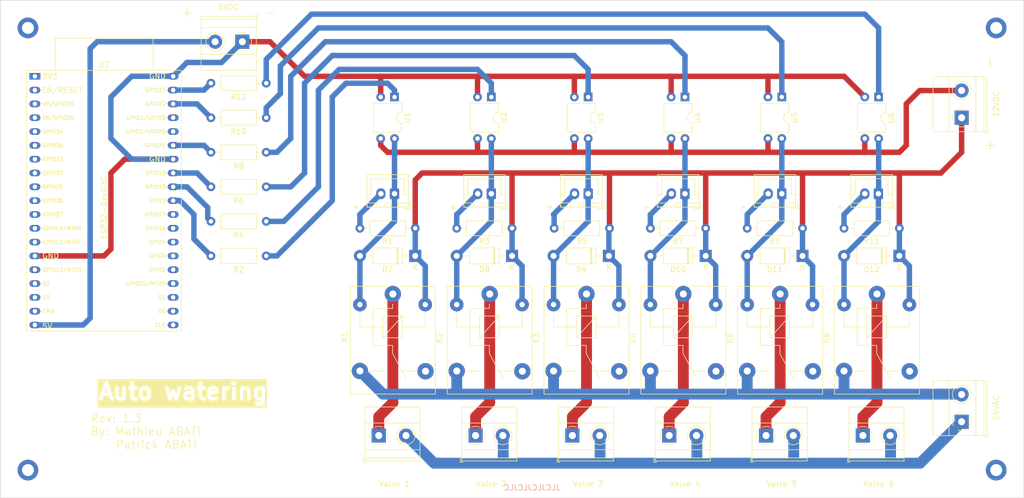
<source format=kicad_pcb>
(kicad_pcb (version 20221018) (generator pcbnew)
  (title_block (title "Auto watering") (date "2023-08-21") (rev "1.3") (company "Mathieu ABATI & Patrick ABATI"))
  (layers (0 "F.Cu" signal) (31 "B.Cu" signal) (34 "B.Paste" user) (35 "F.Paste" user) (36 "B.SilkS" user "B.Silkscreen") (37 "F.SilkS" user "F.Silkscreen") (38 "B.Mask" user) (39 "F.Mask" user) (44 "Edge.Cuts" user))
  (net 0 "")
  (net 1 "GND")
  (net 2 "+5V")
  (net 3 "+12V")
  (net 4 "24VAC2")
  (net 5 "GND2")
  (net 6 "Net-(B1-Pin_1)")
  (net 7 "Net-(B2-Pin_1)")
  (net 8 "Net-(B3-Pin_1)")
  (net 9 "Net-(B4-Pin_1)")
  (net 10 "Net-(B5-Pin_1)")
  (net 11 "Net-(B6-Pin_1)")
  (net 12 "Net-(D1-K)")
  (net 13 "Net-(D1-A)")
  (net 14 "Net-(D2-K)")
  (net 15 "Net-(D10-A)")
  (net 16 "24VAC1")
  (net 23 "Net-(D2-A)")
  (net 24 "Net-(D3-K)")
  (net 25 "Net-(D3-A)")
  (net 26 "Net-(D4-A)")
  (net 27 "Net-(D5-A)")
  (net 28 "Net-(D6-A)")
  (net 29 "Valve0")
  (net 30 "Valve1")
  (net 31 "Valve2")
  (net 32 "Valve3")
  (net 33 "Valve4")
  (net 34 "Valve5")
  (net 35 "Net-(R2-Pad2)")
  (net 36 "Net-(R4-Pad2)")
  (net 37 "Net-(R6-Pad2)")
  (net 38 "Net-(R8-Pad2)")
  (net 39 "Net-(R10-Pad2)")
  (net 40 "Net-(R12-Pad2)")
  (net 61 "Net-(D11-A)")
  (net 62 "Net-(D12-A)")
  (footprint "" (layer "F.Cu") (at 66.04 152.4)
    (fp_text reference "")
    (fp_text value "")
  )
  (footprint "Relay_THT:Relay_SPDT_SANYOU_SRD_Series_Form_C" (layer "F.Cu") (at 204.17 120.03 -90)
    (fp_text reference "K5")
    (fp_text value "SRD12VDC")
  )
  (footprint "Connector_JST:JST_XH_B2B-XH-A_1x02_P2.50mm_Vertical" (layer "F.Cu") (at 151.13 101.6 180)
    (fp_text reference "D2" hide)
    (fp_text value "LED")
  )
  (footprint "TerminalBlock_Phoenix:TerminalBlock_Phoenix_MKDS-1,5-2_1x02_P5.00mm_Horizontal" (layer "F.Cu") (at 166.02 146.05)
    (fp_text reference "B3" hide)
    (fp_text value "Conn_01x02")
  )
  (footprint "Resistor_THT:R_Axial_DIN0207_L6.3mm_D2.5mm_P10.16mm_Horizontal" (layer "F.Cu") (at 154.94 107.95 180)
    (fp_text reference "R3")
    (fp_text value "1K")
  )
  (footprint "Resistor_THT:R_Axial_DIN0207_L6.3mm_D2.5mm_P10.16mm_Horizontal" (layer "F.Cu") (at 190.5 107.95 180)
    (fp_text reference "R7")
    (fp_text value "1K")
  )
  (footprint "Resistor_THT:R_Axial_DIN0207_L6.3mm_D2.5mm_P10.16mm_Horizontal" (layer "F.Cu") (at 226.06 107.95 180)
    (fp_text reference "R11")
    (fp_text value "1K")
  )
  (footprint "Diode_THT:D_DO-41_SOD81_P10.16mm_Horizontal" (layer "F.Cu") (at 190.5 113.03 180)
    (fp_text reference "D10")
    (fp_text value "1N4004")
  )
  (footprint "Diode_THT:D_DO-41_SOD81_P10.16mm_Horizontal" (layer "F.Cu") (at 137.16 113.03 180)
    (fp_text reference "D7")
    (fp_text value "1N4004")
  )
  (footprint "Resistor_THT:R_Axial_DIN0207_L6.3mm_D2.5mm_P10.16mm_Horizontal" (layer "F.Cu") (at 99.64 81.28)
    (fp_text reference "R12")
    (fp_text value "56")
  )
  (footprint "" (layer "F.Cu") (at 243.84 71.12)
    (fp_text reference "")
    (fp_text value "")
  )
  (footprint "Resistor_THT:R_Axial_DIN0207_L6.3mm_D2.5mm_P10.16mm_Horizontal" (layer "F.Cu") (at 208.28 107.95 180)
    (fp_text reference "R9")
    (fp_text value "1K")
  )
  (footprint "Connector_JST:JST_XH_B2B-XH-A_1x02_P2.50mm_Vertical" (layer "F.Cu") (at 168.91 101.6 180)
    (fp_text reference "D3" hide)
    (fp_text value "LED")
  )
  (footprint "Relay_THT:Relay_SPDT_SANYOU_SRD_Series_Form_C" (layer "F.Cu") (at 168.61 120.03 -90)
    (fp_text reference "K3")
    (fp_text value "SRD12VDC")
  )
  (footprint "TerminalBlock_Phoenix:TerminalBlock_Phoenix_MKDS-1,5-2_1x02_P5.00mm_Horizontal" (layer "F.Cu") (at 148.24 146.05)
    (fp_text reference "B2" hide)
    (fp_text value "Conn_01x02")
  )
  (footprint "" (layer "F.Cu") (at 66.04 71.12)
    (fp_text reference "")
    (fp_text value "")
  )
  (footprint "TerminalBlock_Phoenix:TerminalBlock_Phoenix_MKDS-1,5-2_1x02_P5.00mm_Horizontal" (layer "F.Cu") (at 219.36 146.05)
    (fp_text reference "B6" hide)
    (fp_text value "Conn_01x02")
  )
  (footprint "TerminalBlock_Phoenix:TerminalBlock_Phoenix_MKDS-1,5-2_1x02_P5.00mm_Horizontal" (layer "F.Cu") (at 201.58 146.05)
    (fp_text reference "B5" hide)
    (fp_text value "Conn_01x02")
  )
  (footprint "Package_DIP:DIP-4_W7.62mm" (layer "F.Cu") (at 168.915 83.83 -90)
    (fp_text reference "U3")
    (fp_text value "PC817")
  )
  (footprint "Resistor_THT:R_Axial_DIN0207_L6.3mm_D2.5mm_P10.16mm_Horizontal" (layer "F.Cu") (at 99.64 113.03)
    (fp_text reference "R2")
    (fp_text value "56")
  )
  (footprint "Connector_JST:JST_XH_B2B-XH-A_1x02_P2.50mm_Vertical" (layer "F.Cu") (at 186.69 101.6 180)
    (fp_text reference "D4" hide)
    (fp_text value "LED")
  )
  (footprint "Package_DIP:DIP-4_W7.62mm" (layer "F.Cu") (at 186.695 83.83 -90)
    (fp_text reference "U4")
    (fp_text value "PC817")
  )
  (footprint "Resistor_THT:R_Axial_DIN0207_L6.3mm_D2.5mm_P10.16mm_Horizontal" (layer "F.Cu") (at 137.16 107.95 180)
    (fp_text reference "R1")
    (fp_text value "1K")
  )
  (footprint "" (layer "F.Cu") (at 243.84 152.4)
    (fp_text reference "")
    (fp_text value "")
  )
  (footprint "Resistor_THT:R_Axial_DIN0207_L6.3mm_D2.5mm_P10.16mm_Horizontal" (layer "F.Cu") (at 99.64 87.63)
    (fp_text reference "R10")
    (fp_text value "56")
  )
  (footprint "Resistor_THT:R_Axial_DIN0207_L6.3mm_D2.5mm_P10.16mm_Horizontal" (layer "F.Cu") (at 172.83 107.95 180)
    (fp_text reference "R5")
    (fp_text value "1K")
  )
  (footprint "TerminalBlock_Phoenix:TerminalBlock_Phoenix_MKDS-1,5-2_1x02_P5.00mm_Horizontal" (layer "F.Cu") (at 237.49 87.63 90)
    (fp_text reference "12VDC1" hide)
    (fp_text value "Conn_01x02")
  )
  (footprint "Package_DIP:DIP-4_W7.62mm" (layer "F.Cu") (at 204.47 83.82 -90)
    (fp_text reference "U5")
    (fp_text value "PC817")
  )
  (footprint "TerminalBlock_Phoenix:TerminalBlock_Phoenix_MKDS-1,5-2_1x02_P5.00mm_Horizontal" (layer "F.Cu") (at 105.41 73.66 180)
    (fp_text reference "5VDC1" hide)
    (fp_text value "Conn_01x02")
  )
  (footprint "Diode_THT:D_DO-41_SOD81_P10.16mm_Horizontal" (layer "F.Cu") (at 172.72 113.03 180)
    (fp_text reference "D9")
    (fp_text value "1N4004")
  )
  (footprint "Connector_JST:JST_XH_B2B-XH-A_1x02_P2.50mm_Vertical" (layer "F.Cu") (at 133.35 101.6 180)
    (fp_text reference "D1" hide)
    (fp_text value "LED")
  )
  (footprint "Package_DIP:DIP-4_W7.62mm" (layer "F.Cu") (at 222.255 83.83 -90)
    (fp_text reference "U6")
    (fp_text value "PC817")
  )
  (footprint "TerminalBlock_Phoenix:TerminalBlock_Phoenix_MKDS-1,5-2_1x02_P5.00mm_Horizontal" (layer "F.Cu") (at 130.46 146.05)
    (fp_text reference "B1" hide)
    (fp_text value "Conn_01x02")
  )
  (footprint "TerminalBlock_Phoenix:TerminalBlock_Phoenix_MKDS-1,5-2_1x02_P5.00mm_Horizontal" (layer "F.Cu") (at 183.8 146.05)
    (fp_text reference "B4" hide)
    (fp_text value "Conn_01x02")
  )
  (footprint "Resistor_THT:R_Axial_DIN0207_L6.3mm_D2.5mm_P10.16mm_Horizontal" (layer "F.Cu") (at 99.64 100.33)
    (fp_text reference "R6")
    (fp_text value "56")
  )
  (footprint "Relay_THT:Relay_SPDT_SANYOU_SRD_Series_Form_C" (layer "F.Cu") (at 133.05 120.03 -90)
    (fp_text reference "K1")
    (fp_text value "SRD12VDC")
  )
  (footprint "Connector_JST:JST_XH_B2B-XH-A_1x02_P2.50mm_Vertical" (layer "F.Cu") (at 222.21 101.6 180)
    (fp_text reference "D6" hide)
    (fp_text value "LED")
  )
  (footprint "Package_DIP:DIP-4_W7.62mm" (layer "F.Cu") (at 151.135 83.83 -90)
    (fp_text reference "U2")
    (fp_text value "PC817")
  )
  (footprint "PCM_Espressif:ESP32-DevKitC" (layer "F.Cu") (at 67.31 80.01)
    (fp_text reference "U7")
    (fp_text value "ESP32-DevKitC")
  )
  (footprint "Resistor_THT:R_Axial_DIN0207_L6.3mm_D2.5mm_P10.16mm_Horizontal" (layer "F.Cu") (at 99.64 106.68)
    (fp_text reference "R4")
    (fp_text value "56")
  )
  (footprint "Relay_THT:Relay_SPDT_SANYOU_SRD_Series_Form_C" (layer "F.Cu") (at 221.95 120.03 -90)
    (fp_text reference "K6")
    (fp_text value "SRD12VDC")
  )
  (footprint "Connector_JST:JST_XH_B2B-XH-A_1x02_P2.50mm_Vertical" (layer "F.Cu") (at 204.47 101.6 180)
    (fp_text reference "D5" hide)
    (fp_text value "LED")
  )
  (footprint "Relay_THT:Relay_SPDT_SANYOU_SRD_Series_Form_C" (layer "F.Cu") (at 186.39 120.03 -90)
    (fp_text reference "K4")
    (fp_text value "SRD12VDC")
  )
  (footprint "Resistor_THT:R_Axial_DIN0207_L6.3mm_D2.5mm_P10.16mm_Horizontal" (layer "F.Cu") (at 99.64 93.98)
    (fp_text reference "R8")
    (fp_text value "56")
  )
  (footprint "Diode_THT:D_DO-41_SOD81_P10.16mm_Horizontal" (layer "F.Cu") (at 154.94 113.03 180)
    (fp_text reference "D8")
    (fp_text value "1N4004")
  )
  (footprint "Package_DIP:DIP-4_W7.62mm" (layer "F.Cu") (at 133.355 83.83 -90)
    (fp_text reference "U1")
    (fp_text value "PC817")
  )
  (footprint "Diode_THT:D_DO-41_SOD81_P10.16mm_Horizontal" (layer "F.Cu") (at 208.28 113.03 180)
    (fp_text reference "D11")
    (fp_text value "1N4004")
  )
  (footprint "TerminalBlock_Phoenix:TerminalBlock_Phoenix_MKDS-1,5-2_1x02_P5.00mm_Horizontal" (layer "F.Cu") (at 237.49 143.51 90)
    (fp_text reference "24VAC1" hide)
    (fp_text value "Conn_01x02")
  )
  (footprint "Relay_THT:Relay_SPDT_SANYOU_SRD_Series_Form_C" (layer "F.Cu") (at 150.83 120.03 -90)
    (fp_text reference "K2")
    (fp_text value "SRD12VDC")
  )
  (footprint "Diode_THT:D_DO-41_SOD81_P10.16mm_Horizontal" (layer "F.Cu") (at 226.06 113.03 180)
    (fp_text reference "D12")
    (fp_text value "1N4004")
  )
  (gr_rect (start 60.96 66.04) (end 248.92 157.48) (stroke (width 0.1)) (fill none) (layer "Edge.Cuts"))
  (gr_text "JLCJLCJLCJLC" (at 163.83 156.21) (layer "B.SilkS") (effects (font (size 1 1)) (justify left bottom mirror)))
  (gr_text "Rev: 1.3\nBy: Mathieu ABATI\n    Patrick ABATI" (at 77.47 148.59) (layer "F.SilkS") (effects (font (size 1.5 1.5)) (justify left bottom)))
  (gr_text "Auto watering" (at 78.74 139.7) (layer "F.SilkS" knockout) (effects (font (size 3 3) (thickness 0.6) bold) (justify left bottom)))
  (segment (start 81.28 111.76) (end 80.01 113.03) (width 1) (layer "F.Cu") (net 1))
  (segment (start 130.815 80.02) (end 116.85 80.02) (width 1) (layer "F.Cu") (net 1))
  (segment (start 215.905 80.02) (end 219.715 83.83) (width 1) (layer "F.Cu") (net 1))
  (segment (start 110.49 73.66) (end 105.41 73.66) (width 1) (layer "F.Cu") (net 1))
  (segment (start 130.815 80.02) (end 148.595 80.02) (width 1) (layer "F.Cu") (net 1))
  (segment (start 166.375 80.02) (end 184.155 80.02) (width 1) (layer "F.Cu") (net 1))
  (segment (start 166.375 83.83) (end 166.375 80.02) (width 1) (layer "F.Cu") (net 1))
  (segment (start 92.71 95.25) (end 83.82 95.25) (width 1) (layer "F.Cu") (net 1))
  (segment (start 148.595 83.83) (end 148.595 80.02) (width 1) (layer "F.Cu") (net 1))
  (segment (start 130.815 83.83) (end 130.815 80.02) (width 1) (layer "F.Cu") (net 1))
  (segment (start 148.595 80.02) (end 166.375 80.02) (width 1) (layer "F.Cu") (net 1))
  (segment (start 184.155 80.02) (end 201.935 80.02) (width 1) (layer "F.Cu") (net 1))
  (segment (start 83.82 95.25) (end 81.28 97.79) (width 1) (layer "F.Cu") (net 1))
  (segment (start 201.935 80.02) (end 215.905 80.02) (width 1) (layer "F.Cu") (net 1))
  (segment (start 80.01 113.03) (end 67.31 113.03) (width 1) (layer "F.Cu") (net 1))
  (segment (start 184.155 83.83) (end 184.155 80.02) (width 1) (layer "F.Cu") (net 1))
  (segment (start 81.28 97.79) (end 81.28 111.76) (width 1) (layer "F.Cu") (net 1))
  (segment (start 116.85 80.02) (end 110.49 73.66) (width 1) (layer "F.Cu") (net 1))
  (segment (start 201.935 83.83) (end 201.935 80.02) (width 1) (layer "F.Cu") (net 1))
  (segment (start 81.28 83.82) (end 85.09 80.01) (width 1) (layer "B.Cu") (net 1))
  (segment (start 105.41 73.66) (end 101.6 77.47) (width 1) (layer "B.Cu") (net 1))
  (segment (start 85.09 80.01) (end 92.71 80.01) (width 1) (layer "B.Cu") (net 1))
  (segment (start 81.28 91.44) (end 81.28 83.82) (width 1) (layer "B.Cu") (net 1))
  (segment (start 95.25 77.47) (end 92.71 80.01) (width 1) (layer "B.Cu") (net 1))
  (segment (start 85.09 95.25) (end 81.28 91.44) (width 1) (layer "B.Cu") (net 1))
  (segment (start 101.6 77.47) (end 95.25 77.47) (width 1) (layer "B.Cu") (net 1))
  (segment (start 92.71 95.25) (end 85.09 95.25) (width 1) (layer "B.Cu") (net 1))
  (segment (start 100.41 73.66) (end 78.74 73.66) (width 1) (layer "B.Cu") (net 2))
  (segment (start 76.2 125.73) (end 67.31 125.73) (width 1) (layer "B.Cu") (net 2))
  (segment (start 78.74 73.66) (end 77.47 74.93) (width 1) (layer "B.Cu") (net 2))
  (segment (start 77.47 74.93) (end 77.47 124.46) (width 1) (layer "B.Cu") (net 2))
  (segment (start 77.47 124.46) (end 76.2 125.73) (width 1) (layer "B.Cu") (net 2))
  (segment (start 172.72 97.79) (end 154.94 97.79) (width 1) (layer "F.Cu") (net 3))
  (segment (start 154.94 107.95) (end 154.94 97.79) (width 1) (layer "F.Cu") (net 3))
  (segment (start 138.43 97.79) (end 154.94 97.79) (width 1) (layer "F.Cu") (net 3))
  (segment (start 190.5 107.95) (end 190.5 97.79) (width 1) (layer "F.Cu") (net 3))
  (segment (start 226.06 97.79) (end 208.28 97.79) (width 1) (layer "F.Cu") (net 3))
  (segment (start 208.28 97.79) (end 190.5 97.79) (width 1) (layer "F.Cu") (net 3))
  (segment (start 226.06 97.79) (end 233.68 97.79) (width 1) (layer "F.Cu") (net 3))
  (segment (start 172.83 107.95) (end 172.83 97.9) (width 1) (layer "F.Cu") (net 3))
  (segment (start 237.49 93.98) (end 237.49 87.63) (width 1) (layer "F.Cu") (net 3))
  (segment (start 172.83 97.9) (end 172.72 97.79) (width 1) (layer "F.Cu") (net 3))
  (segment (start 190.5 97.79) (end 172.72 97.79) (width 1) (layer "F.Cu") (net 3))
  (segment (start 226.06 107.95) (end 226.06 97.79) (width 1) (layer "F.Cu") (net 3))
  (segment (start 233.68 97.79) (end 237.49 93.98) (width 1) (layer "F.Cu") (net 3))
  (segment (start 137.16 107.95) (end 137.16 99.06) (width 1) (layer "F.Cu") (net 3))
  (segment (start 137.16 99.06) (end 138.43 97.79) (width 1) (layer "F.Cu") (net 3))
  (segment (start 208.28 107.95) (end 208.28 97.79) (width 1) (layer "F.Cu") (net 3))
  (segment (start 174.56 114.87) (end 172.72 113.03) (width 1) (layer "B.Cu") (net 3))
  (segment (start 227.9 121.98) (end 227.9 114.87) (width 1) (layer "B.Cu") (net 3))
  (segment (start 156.78 121.98) (end 156.78 114.87) (width 1) (layer "B.Cu") (net 3))
  (segment (start 208.28 113.03) (end 208.28 107.95) (width 1) (layer "B.Cu") (net 3))
  (segment (start 190.5 113.03) (end 190.5 107.95) (width 1) (layer "B.Cu") (net 3))
  (segment (start 227.9 114.87) (end 226.06 113.03) (width 1) (layer "B.Cu") (net 3))
  (segment (start 154.94 113.03) (end 154.94 107.89) (width 1) (layer "B.Cu") (net 3))
  (segment (start 156.78 114.87) (end 154.94 113.03) (width 1) (layer "B.Cu") (net 3))
  (segment (start 137.16 113.03) (end 137.16 107.95) (width 1) (layer "B.Cu") (net 3))
  (segment (start 174.56 121.98) (end 174.56 114.87) (width 1) (layer "B.Cu") (net 3))
  (segment (start 192.34 114.87) (end 190.5 113.03) (width 1) (layer "B.Cu") (net 3))
  (segment (start 226.06 113.03) (end 226.06 107.95) (width 1) (layer "B.Cu") (net 3))
  (segment (start 210.12 121.98) (end 210.12 114.87) (width 1) (layer "B.Cu") (net 3))
  (segment (start 139 121.98) (end 139 114.87) (width 1) (layer "B.Cu") (net 3))
  (segment (start 172.72 113.03) (end 172.72 108.06) (width 1) (layer "B.Cu") (net 3))
  (segment (start 139 114.87) (end 137.16 113.03) (width 1) (layer "B.Cu") (net 3))
  (segment (start 192.34 121.98) (end 192.34 114.87) (width 1) (layer "B.Cu") (net 3))
  (segment (start 210.12 114.87) (end 208.28 113.03) (width 1) (layer "B.Cu") (net 3))
  (segment (start 189.23 151.13) (end 171.45 151.13) (width 2) (layer "B.Cu") (net 4))
  (segment (start 140.62 151.13) (end 135.54 146.05) (width 2) (layer "B.Cu") (net 4))
  (segment (start 207.01 151.13) (end 189.23 151.13) (width 2) (layer "B.Cu") (net 4))
  (segment (start 153.32 146.05) (end 153.32 150.78) (width 2) (layer "B.Cu") (net 4))
  (segment (start 224.44 150.78) (end 224.79 151.13) (width 2) (layer "B.Cu") (net 4))
  (segment (start 206.66 150.78) (end 207.01 151.13) (width 2) (layer "B.Cu") (net 4))
  (segment (start 153.32 150.78) (end 153.67 151.13) (width 2) (layer "B.Cu") (net 4))
  (segment (start 171.1 150.78) (end 171.45 151.13) (width 2) (layer "B.Cu") (net 4))
  (segment (start 224.79 151.13) (end 207.01 151.13) (width 2) (layer "B.Cu") (net 4))
  (segment (start 224.44 146.05) (end 224.44 150.78) (width 2) (layer "B.Cu") (net 4))
  (segment (start 206.66 146.05) (end 206.66 150.78) (width 2) (layer "B.Cu") (net 4))
  (segment (start 171.1 146.05) (end 171.1 150.78) (width 2) (layer "B.Cu") (net 4))
  (segment (start 188.88 150.78) (end 189.23 151.13) (width 2) (layer "B.Cu") (net 4))
  (segment (start 188.88 146.05) (end 188.88 150.78) (width 2) (layer "B.Cu") (net 4))
  (segment (start 229.87 151.13) (end 224.79 151.13) (width 2) (layer "B.Cu") (net 4))
  (segment (start 171.45 151.13) (end 153.67 151.13) (width 2) (layer "B.Cu") (net 4))
  (segment (start 237.49 143.51) (end 229.87 151.13) (width 2) (layer "B.Cu") (net 4))
  (segment (start 153.67 151.13) (end 140.62 151.13) (width 2) (layer "B.Cu") (net 4))
  (segment (start 201.935 91.45) (end 201.935 93.975) (width 1) (layer "F.Cu") (net 5))
  (segment (start 132.08 93.98) (end 130.815 92.715) (width 1) (layer "F.Cu") (net 5))
  (segment (start 130.815 92.715) (end 130.815 91.45) (width 1) (layer "F.Cu") (net 5))
  (segment (start 148.595 91.45) (end 148.595 93.975) (width 1) (layer "F.Cu") (net 5))
  (segment (start 184.155 93.975) (end 184.15 93.98) (width 1) (layer "F.Cu") (net 5))
  (segment (start 184.155 91.45) (end 184.155 93.975) (width 1) (layer "F.Cu") (net 5))
  (segment (start 201.93 93.98) (end 184.15 93.98) (width 1) (layer "F.Cu") (net 5))
  (segment (start 219.71 93.98) (end 201.93 93.98) (width 1) (layer "F.Cu") (net 5))
  (segment (start 201.935 93.975) (end 201.93 93.98) (width 1) (layer "F.Cu") (net 5))
  (segment (start 166.375 91.45) (end 166.375 93.975) (width 1) (layer "F.Cu") (net 5))
  (segment (start 166.37 93.98) (end 132.08 93.98) (width 1) (layer "F.Cu") (net 5))
  (segment (start 227.33 85.09) (end 229.79 82.63) (width 1) (layer "F.Cu") (net 5))
  (segment (start 148.595 93.975) (end 148.59 93.98) (width 1) (layer "F.Cu") (net 5))
  (segment (start 166.375 93.975) (end 166.37 93.98) (width 1) (layer "F.Cu") (net 5))
  (segment (start 226.06 93.98) (end 219.71 93.98) (width 1) (layer "F.Cu") (net 5))
  (segment (start 229.79 82.63) (end 237.49 82.63) (width 1) (layer "F.Cu") (net 5))
  (segment (start 184.15 93.98) (end 166.37 93.98) (width 1) (layer "F.Cu") (net 5))
  (segment (start 219.715 93.975) (end 219.71 93.98) (width 1) (layer "F.Cu") (net 5))
  (segment (start 219.715 91.45) (end 219.715 93.975) (width 1) (layer "F.Cu") (net 5))
  (segment (start 227.33 92.71) (end 227.33 85.09) (width 1) (layer "F.Cu") (net 5))
  (segment (start 227.33 92.71) (end 226.06 93.98) (width 1) (layer "F.Cu") (net 5))
  (segment (start 133.05 120.03) (end 133.05 140) (width 2) (layer "F.Cu") (net 6))
  (segment (start 130.46 142.59) (end 130.46 146.05) (width 2) (layer "F.Cu") (net 6))
  (segment (start 133.05 140) (end 130.46 142.59) (width 2) (layer "F.Cu") (net 6))
  (segment (start 148.24 142.59) (end 148.24 146.05) (width 2) (layer "F.Cu") (net 7))
  (segment (start 150.83 120.03) (end 150.83 140) (width 2) (layer "F.Cu") (net 7))
  (segment (start 150.83 140) (end 148.24 142.59) (width 2) (layer "F.Cu") (net 7))
  (segment (start 166.02 142.59) (end 166.02 146.05) (width 2) (layer "F.Cu") (net 8))
  (segment (start 168.61 140) (end 166.02 142.59) (width 2) (layer "F.Cu") (net 8))
  (segment (start 168.61 120.03) (end 168.61 140) (width 2) (layer "F.Cu") (net 8))
  (segment (start 186.39 140) (end 183.8 142.59) (width 2) (layer "F.Cu") (net 9))
  (segment (start 186.39 120.03) (end 186.39 140) (width 2) (layer "F.Cu") (net 9))
  (segment (start 183.8 142.59) (end 183.8 146.05) (width 2) (layer "F.Cu") (net 9))
  (segment (start 201.58 142.59) (end 201.58 146.05) (width 2) (layer "F.Cu") (net 10))
  (segment (start 204.17 120.03) (end 204.17 140) (width 2) (layer "F.Cu") (net 10))
  (segment (start 204.17 140) (end 201.58 142.59) (width 2) (layer "F.Cu") (net 10))
  (segment (start 221.95 140) (end 219.36 142.59) (width 2) (layer "F.Cu") (net 11))
  (segment (start 219.36 142.59) (end 219.36 146.05) (width 2) (layer "F.Cu") (net 11))
  (segment (start 221.95 120.03) (end 221.95 140) (width 2) (layer "F.Cu") (net 11))
  (segment (start 133.355 101.595) (end 133.355 91.45) (width 1) (layer "B.Cu") (net 12))
  (segment (start 127 113.03) (end 133.35 106.68) (width 1) (layer "B.Cu") (net 12))
  (segment (start 133.35 106.68) (end 133.35 101.6) (width 1) (layer "B.Cu") (net 12))
  (segment (start 127 120.65) (end 127 113.03) (width 1) (layer "B.Cu") (net 12))
  (segment (start 128.16 104.29) (end 130.85 101.6) (width 1) (layer "B.Cu") (net 13))
  (segment (start 128.12 104.29) (end 127 105.41) (width 1) (layer "B.Cu") (net 13))
  (segment (start 128.16 104.29) (end 128.12 104.29) (width 1) (layer "B.Cu") (net 13))
  (segment (start 127 105.41) (end 127 107.95) (width 1) (layer "B.Cu") (net 13))
  (segment (start 151.135 101.595) (end 151.135 91.45) (width 1) (layer "B.Cu") (net 14))
  (segment (start 144.78 113.03) (end 151.13 106.68) (width 1) (layer "B.Cu") (net 14))
  (segment (start 144.78 120.65) (end 144.78 113.03) (width 1) (layer "B.Cu") (net 14))
  (segment (start 151.13 106.68) (end 151.13 101.6) (width 1) (layer "B.Cu") (net 14))
  (segment (start 186.695 101.595) (end 186.695 91.45) (width 1) (layer "B.Cu") (net 15))
  (segment (start 180.34 120.65) (end 180.34 113.03) (width 1) (layer "B.Cu") (net 15))
  (segment (start 180.34 113.03) (end 186.69 106.68) (width 1) (layer "B.Cu") (net 15))
  (segment (start 186.69 106.68) (end 186.69 101.6) (width 1) (layer "B.Cu") (net 15))
  (segment (start 162.56 134.18) (end 162.56 137.16) (width 2) (layer "B.Cu") (net 16))
  (segment (start 144.78 134.18) (end 144.78 138.43) (width 2) (layer "B.Cu") (net 16))
  (segment (start 144.78 138.43) (end 131.25 138.43) (width 2) (layer "B.Cu") (net 16))
  (segment (start 215.9 138.43) (end 198.12 138.43) (width 2) (layer "B.Cu") (net 16))
  (segment (start 144.78 138.43) (end 180.34 138.43) (width 2) (layer "B.Cu") (net 16))
  (segment (start 198.12 134.18) (end 198.12 138.43) (width 2) (layer "B.Cu") (net 16))
  (segment (start 198.12 138.43) (end 180.34 138.43) (width 2) (layer "B.Cu") (net 16))
  (segment (start 180.34 134.18) (end 180.34 138.43) (width 2) (layer "B.Cu") (net 16))
  (segment (start 237.49 138.43) (end 215.9 138.43) (width 2) (layer "B.Cu") (net 16))
  (segment (start 131.25 138.43) (end 127 134.18) (width 2) (layer "B.Cu") (net 16))
  (segment (start 215.9 134.18) (end 215.9 138.43) (width 2) (layer "B.Cu") (net 16))
  (segment (start 144.82 105.41) (end 144.78 105.41) (width 1) (layer "B.Cu") (net 23))
  (segment (start 144.82 105.41) (end 148.63 101.6) (width 1) (layer "B.Cu") (net 23))
  (segment (start 144.78 105.41) (end 144.78 107.95) (width 1) (layer "B.Cu") (net 23))
  (segment (start 168.915 101.595) (end 168.915 91.45) (width 1) (layer "B.Cu") (net 24))
  (segment (start 168.91 106.68) (end 168.91 101.6) (width 1) (layer "B.Cu") (net 24))
  (segment (start 162.56 120.65) (end 162.56 113.03) (width 1) (layer "B.Cu") (net 24))
  (segment (start 162.56 113.03) (end 168.91 106.68) (width 1) (layer "B.Cu") (net 24))
  (segment (start 163.83 104.18) (end 166.41 101.6) (width 1) (layer "B.Cu") (net 25))
  (segment (start 162.56 105.41) (end 162.67 105.52) (width 1) (layer "B.Cu") (net 25))
  (segment (start 163.83 104.18) (end 163.79 104.18) (width 1) (layer "B.Cu") (net 25))
  (segment (start 163.79 104.18) (end 162.56 105.41) (width 1) (layer "B.Cu") (net 25))
  (segment (start 162.67 105.52) (end 162.67 107.95) (width 1) (layer "B.Cu") (net 25))
  (segment (start 180.38 105.41) (end 184.19 101.6) (width 1) (layer "B.Cu") (net 26))
  (segment (start 180.34 105.41) (end 180.34 107.95) (width 1) (layer "B.Cu") (net 26))
  (segment (start 180.34 105.41) (end 180.38 105.41) (width 1) (layer "B.Cu") (net 26))
  (segment (start 198.12 105.41) (end 198.12 107.95) (width 1) (layer "B.Cu") (net 27))
  (segment (start 199.28 104.29) (end 201.97 101.6) (width 1) (layer "B.Cu") (net 27))
  (segment (start 199.24 104.29) (end 198.12 105.41) (width 1) (layer "B.Cu") (net 27))
  (segment (start 199.28 104.29) (end 199.24 104.29) (width 1) (layer "B.Cu") (net 27))
  (segment (start 215.9 105.41) (end 215.9 107.95) (width 1) (layer "B.Cu") (net 28))
  (segment (start 215.9 105.41) (end 219.71 101.6) (width 1) (layer "B.Cu") (net 28))
  (segment (start 99.64 113.03) (end 96.52 109.91) (width 1) (layer "B.Cu") (net 29))
  (segment (start 96.52 105.41) (end 93.98 102.87) (width 1) (layer "B.Cu") (net 29))
  (segment (start 96.52 109.91) (end 96.52 105.41) (width 1) (layer "B.Cu") (net 29))
  (segment (start 93.98 102.87) (end 92.71 102.87) (width 1) (layer "B.Cu") (net 29))
  (segment (start 99.06 104.14) (end 99.06 106.1) (width 1) (layer "B.Cu") (net 30))
  (segment (start 92.71 100.33) (end 95.25 100.33) (width 1) (layer "B.Cu") (net 30))
  (segment (start 99.06 106.1) (end 99.64 106.68) (width 1) (layer "B.Cu") (net 30))
  (segment (start 95.25 100.33) (end 99.06 104.14) (width 1) (layer "B.Cu") (net 30))
  (segment (start 97.1 97.79) (end 99.64 100.33) (width 1) (layer "B.Cu") (net 31))
  (segment (start 92.71 97.79) (end 97.1 97.79) (width 1) (layer "B.Cu") (net 31))
  (segment (start 92.71 92.71) (end 98.37 92.71) (width 1) (layer "B.Cu") (net 32))
  (segment (start 98.37 92.71) (end 99.64 93.98) (width 1) (layer "B.Cu") (net 32))
  (segment (start 92.71 85.09) (end 97.1 85.09) (width 1) (layer "B.Cu") (net 33))
  (segment (start 97.1 85.09) (end 99.64 87.63) (width 1) (layer "B.Cu") (net 33))
  (segment (start 98.37 82.55) (end 99.64 81.28) (width 1) (layer "B.Cu") (net 34))
  (segment (start 92.71 82.55) (end 98.37 82.55) (width 1) (layer "B.Cu") (net 34))
  (segment (start 124.45 81.29) (end 121.92 83.82) (width 1) (layer "B.Cu") (net 35))
  (segment (start 121.92 102.87) (end 111.76 113.03) (width 1) (layer "B.Cu") (net 35))
  (segment (start 132.085 81.29) (end 124.45 81.29) (width 1) (layer "B.Cu") (net 35))
  (segment (start 121.92 83.82) (end 121.92 102.87) (width 1) (layer "B.Cu") (net 35))
  (segment (start 111.76 113.03) (end 109.8 113.03) (width 1) (layer "B.Cu") (net 35))
  (segment (start 133.355 82.56) (end 132.085 81.29) (width 1) (layer "B.Cu") (net 35))
  (segment (start 133.355 83.83) (end 133.355 82.56) (width 1) (layer "B.Cu") (net 35))
  (segment (start 119.38 100.33) (end 113.03 106.68) (width 1) (layer "B.Cu") (net 36))
  (segment (start 123.18 78.75) (end 119.38 82.55) (width 1) (layer "B.Cu") (net 36))
  (segment (start 113.03 106.68) (end 109.8 106.68) (width 1) (layer "B.Cu") (net 36))
  (segment (start 119.38 82.55) (end 119.38 100.33) (width 1) (layer "B.Cu") (net 36))
  (segment (start 151.135 83.83) (end 151.135 81.29) (width 1) (layer "B.Cu") (net 36))
  (segment (start 148.595 78.75) (end 123.18 78.75) (width 1) (layer "B.Cu") (net 36))
  (segment (start 151.135 81.29) (end 148.595 78.75) (width 1) (layer "B.Cu") (net 36))
  (segment (start 121.92 76.2) (end 166.37 76.2) (width 1) (layer "B.Cu") (net 37))
  (segment (start 114.3 100.33) (end 116.84 97.79) (width 1) (layer "B.Cu") (net 37))
  (segment (start 116.84 97.79) (end 116.84 81.28) (width 1) (layer "B.Cu") (net 37))
  (segment (start 166.37 76.2) (end 166.37 76.205) (width 1) (layer "B.Cu") (net 37))
  (segment (start 116.84 81.28) (end 121.92 76.2) (width 1) (layer "B.Cu") (net 37))
  (segment (start 166.37 76.205) (end 168.915 78.75) (width 1) (layer "B.Cu") (net 37))
  (segment (start 168.915 78.75) (end 168.915 83.83) (width 1) (layer "B.Cu") (net 37))
  (segment (start 109.8 100.33) (end 114.3 100.33) (width 1) (layer "B.Cu") (net 37))
  (segment (start 111.76 93.98) (end 114.3 91.44) (width 1) (layer "B.Cu") (net 38))
  (segment (start 114.3 91.44) (end 114.3 80.01) (width 1) (layer "B.Cu") (net 38))
  (segment (start 109.8 93.98) (end 111.76 93.98) (width 1) (layer "B.Cu") (net 38))
  (segment (start 114.3 80.01) (end 120.64 73.67) (width 1) (layer "B.Cu") (net 38))
  (segment (start 120.64 73.67) (end 184.155 73.67) (width 1) (layer "B.Cu") (net 38))
  (segment (start 186.695 76.21) (end 186.695 83.83) (width 1) (layer "B.Cu") (net 38))
  (segment (start 184.155 73.67) (end 186.695 76.21) (width 1) (layer "B.Cu") (net 38))
  (segment (start 204.475 73.67) (end 201.935 71.13) (width 1) (layer "B.Cu") (net 39))
  (segment (start 112.395 78.105) (end 112.395 83.185) (width 1) (layer "B.Cu") (net 39))
  (segment (start 109.8 85.78) (end 109.8 87.63) (width 1) (layer "B.Cu") (net 39))
  (segment (start 119.37 71.13) (end 112.395 78.105) (width 1) (layer "B.Cu") (net 39))
  (segment (start 112.395 83.185) (end 109.8 85.78) (width 1) (layer "B.Cu") (net 39))
  (segment (start 204.475 83.83) (end 204.475 73.67) (width 1) (layer "B.Cu") (net 39))
  (segment (start 201.935 71.13) (end 119.37 71.13) (width 1) (layer "B.Cu") (net 39))
  (segment (start 118.1 68.59) (end 109.8 76.89) (width 1) (layer "B.Cu") (net 40))
  (segment (start 222.255 83.83) (end 222.255 71.13) (width 1) (layer "B.Cu") (net 40))
  (segment (start 219.715 68.59) (end 118.1 68.59) (width 1) (layer "B.Cu") (net 40))
  (segment (start 222.255 71.13) (end 219.715 68.59) (width 1) (layer "B.Cu") (net 40))
  (segment (start 109.8 76.89) (end 109.8 81.28) (width 1) (layer "B.Cu") (net 40))
  (segment (start 204.475 101.595) (end 204.475 91.45) (width 1) (layer "B.Cu") (net 61))
  (segment (start 198.12 120.65) (end 198.12 113.03) (width 1) (layer "B.Cu") (net 61))
  (segment (start 204.47 106.68) (end 204.47 101.6) (width 1) (layer "B.Cu") (net 61))
  (segment (start 198.12 113.03) (end 204.47 106.68) (width 1) (layer "B.Cu") (net 61))
  (segment (start 215.9 120.65) (end 215.9 113.03) (width 1) (layer "B.Cu") (net 62))
  (segment (start 222.255 101.555) (end 222.255 91.45) (width 1) (layer "B.Cu") (net 62))
  (segment (start 215.9 113.03) (end 222.21 106.72) (width 1) (layer "B.Cu") (net 62))
  (segment (start 222.21 106.72) (end 222.21 101.6) (width 1) (layer "B.Cu") (net 62))
)
</source>
